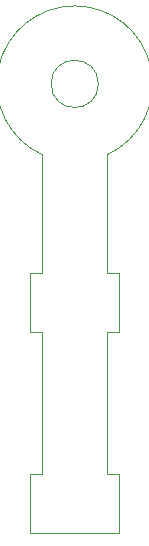
<source format=gbr>
%TF.GenerationSoftware,KiCad,Pcbnew,9.0.0-1.fc40*%
%TF.CreationDate,2025-05-02T16:36:53+02:00*%
%TF.ProjectId,mm,6d6d2e6b-6963-4616-945f-706362585858,rev?*%
%TF.SameCoordinates,Original*%
%TF.FileFunction,Profile,NP*%
%FSLAX46Y46*%
G04 Gerber Fmt 4.6, Leading zero omitted, Abs format (unit mm)*
G04 Created by KiCad (PCBNEW 9.0.0-1.fc40) date 2025-05-02 16:36:53*
%MOMM*%
%LPD*%
G01*
G04 APERTURE LIST*
%TA.AperFunction,Profile*%
%ADD10C,0.050000*%
%TD*%
G04 APERTURE END LIST*
D10*
X96250000Y-121000000D02*
X97250000Y-121000000D01*
X102750000Y-133000001D02*
X103750000Y-133000001D01*
X102750000Y-121000001D02*
X102750000Y-133000001D01*
X97250000Y-105999999D02*
X97250000Y-116000000D01*
X103750000Y-116000001D02*
X103750000Y-121000001D01*
X103750000Y-121000001D02*
X102750000Y-121000001D01*
X103750000Y-138000001D02*
X102750000Y-138000001D01*
X97250000Y-121000000D02*
X97250000Y-133000000D01*
X96250000Y-116000000D02*
X96250000Y-121000000D01*
X97250000Y-138000000D02*
X100000000Y-138000000D01*
X96250000Y-133000000D02*
X96250000Y-138000000D01*
X97250000Y-133000000D02*
X96250000Y-133000000D01*
X97250000Y-116000000D02*
X96250000Y-116000000D01*
X102750000Y-116000001D02*
X103750000Y-116000001D01*
X103750000Y-133000001D02*
X103750000Y-138000001D01*
X102750000Y-138000001D02*
X100000000Y-138000001D01*
X96250000Y-138000000D02*
X97250000Y-138000000D01*
X102750000Y-106000000D02*
X102750000Y-116000001D01*
X97250000Y-106000000D02*
G75*
G02*
X102750000Y-106000000I2750000J6000000D01*
G01*
X102000000Y-100000000D02*
G75*
G02*
X98000000Y-100000000I-2000000J0D01*
G01*
X98000000Y-100000000D02*
G75*
G02*
X102000000Y-100000000I2000000J0D01*
G01*
M02*

</source>
